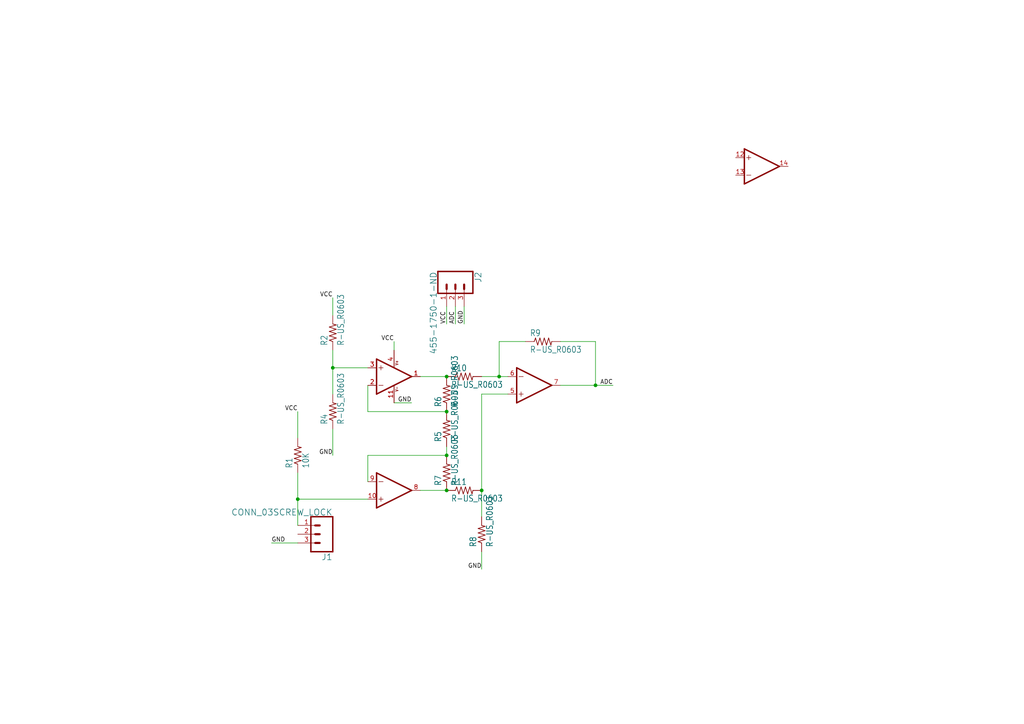
<source format=kicad_sch>
(kicad_sch (version 20220622) (generator eeschema)
  (paper "A4")
  (lib_symbols
    (symbol "Temp Sensor-eagle-import:CONN_03"
      (property "Reference" "J" (at -2.54 5.588 0))
      (property "Value" "CONN_03" (at -2.54 -7.366 0))
      (symbol "CONN_03_1_0"
        (polyline (pts (xy -2.54 5.08) (xy -2.54 -5.08)) (stroke (width 0.4064)))
        (polyline (pts (xy -2.54 5.08) (xy 3.81 5.08)) (stroke (width 0.4064)))
        (polyline (pts (xy 1.27 -2.54) (xy 2.54 -2.54)) (stroke (width 0.6096)))
        (polyline (pts (xy 1.27 0) (xy 2.54 0)) (stroke (width 0.6096)))
        (polyline (pts (xy 1.27 2.54) (xy 2.54 2.54)) (stroke (width 0.6096)))
        (polyline (pts (xy 3.81 -5.08) (xy -2.54 -5.08)) (stroke (width 0.4064)))
        (polyline (pts (xy 3.81 -5.08) (xy 3.81 5.08)) (stroke (width 0.4064)))
        (pin passive line (at 7.62 -2.54 180) (length 5.08) (name "1") (number "1"))
        (pin passive line (at 7.62 0 180) (length 5.08) (name "2") (number "2"))
        (pin passive line (at 7.62 2.54 180) (length 5.08) (name "3") (number "3"))
      )
    )
    (symbol "Temp Sensor-eagle-import:CONN_03SCREW_LOCK"
      (property "Reference" "J" (at -2.54 5.588 0))
      (property "Value" "CONN_03SCREW_LOCK" (at -2.54 -7.366 0))
      (symbol "CONN_03SCREW_LOCK_1_0"
        (polyline (pts (xy -2.54 5.08) (xy -2.54 -5.08)) (stroke (width 0.4064)))
        (polyline (pts (xy -2.54 5.08) (xy 3.81 5.08)) (stroke (width 0.4064)))
        (polyline (pts (xy 1.27 -2.54) (xy 2.54 -2.54)) (stroke (width 0.6096)))
        (polyline (pts (xy 1.27 0) (xy 2.54 0)) (stroke (width 0.6096)))
        (polyline (pts (xy 1.27 2.54) (xy 2.54 2.54)) (stroke (width 0.6096)))
        (polyline (pts (xy 3.81 -5.08) (xy -2.54 -5.08)) (stroke (width 0.4064)))
        (polyline (pts (xy 3.81 -5.08) (xy 3.81 5.08)) (stroke (width 0.4064)))
        (pin passive line (at 7.62 -2.54 180) (length 5.08) (name "1") (number "1"))
        (pin passive line (at 7.62 0 180) (length 5.08) (name "2") (number "2"))
        (pin passive line (at 7.62 2.54 180) (length 5.08) (name "3") (number "3"))
      )
    )
    (symbol "Temp Sensor-eagle-import:MCP604SL"
      (symbol "MCP604SL_1_0"
        (polyline (pts (xy -5.08 -5.08) (xy 5.08 0)) (stroke (width 0.4064)))
        (polyline (pts (xy -5.08 5.08) (xy -5.08 -5.08)) (stroke (width 0.4064)))
        (polyline (pts (xy -4.445 -2.54) (xy -3.175 -2.54)) (stroke (width 0.1524)))
        (polyline (pts (xy -4.445 2.54) (xy -3.175 2.54)) (stroke (width 0.1524)))
        (polyline (pts (xy -3.81 3.175) (xy -3.81 1.905)) (stroke (width 0.1524)))
        (polyline (pts (xy 5.08 0) (xy -5.08 5.08)) (stroke (width 0.4064)))
        (pin output line (at 7.62 0 180) (length 2.54) (name "OUT") (number "1"))
        (pin input line (at -7.62 -2.54 0) (length 2.54) (name "-IN") (number "2"))
        (pin input line (at -7.62 2.54 0) (length 2.54) (name "+IN") (number "3"))
      )
      (symbol "MCP604SL_2_0"
        (polyline (pts (xy -5.08 -5.08) (xy 5.08 0)) (stroke (width 0.4064)))
        (polyline (pts (xy -5.08 5.08) (xy -5.08 -5.08)) (stroke (width 0.4064)))
        (polyline (pts (xy -4.445 -2.54) (xy -3.175 -2.54)) (stroke (width 0.1524)))
        (polyline (pts (xy -4.445 2.54) (xy -3.175 2.54)) (stroke (width 0.1524)))
        (polyline (pts (xy -3.81 3.175) (xy -3.81 1.905)) (stroke (width 0.1524)))
        (polyline (pts (xy 5.08 0) (xy -5.08 5.08)) (stroke (width 0.4064)))
        (pin input line (at -7.62 2.54 0) (length 2.54) (name "+IN") (number "5"))
        (pin input line (at -7.62 -2.54 0) (length 2.54) (name "-IN") (number "6"))
        (pin output line (at 7.62 0 180) (length 2.54) (name "OUT") (number "7"))
      )
      (symbol "MCP604SL_3_0"
        (polyline (pts (xy -5.08 -5.08) (xy 5.08 0)) (stroke (width 0.4064)))
        (polyline (pts (xy -5.08 5.08) (xy -5.08 -5.08)) (stroke (width 0.4064)))
        (polyline (pts (xy -4.445 -2.54) (xy -3.175 -2.54)) (stroke (width 0.1524)))
        (polyline (pts (xy -4.445 2.54) (xy -3.175 2.54)) (stroke (width 0.1524)))
        (polyline (pts (xy -3.81 3.175) (xy -3.81 1.905)) (stroke (width 0.1524)))
        (polyline (pts (xy 5.08 0) (xy -5.08 5.08)) (stroke (width 0.4064)))
        (pin input line (at -7.62 2.54 0) (length 2.54) (name "+IN") (number "10"))
        (pin output line (at 7.62 0 180) (length 2.54) (name "OUT") (number "8"))
        (pin input line (at -7.62 -2.54 0) (length 2.54) (name "-IN") (number "9"))
      )
      (symbol "MCP604SL_4_0"
        (polyline (pts (xy -5.08 -5.08) (xy 5.08 0)) (stroke (width 0.4064)))
        (polyline (pts (xy -5.08 5.08) (xy -5.08 -5.08)) (stroke (width 0.4064)))
        (polyline (pts (xy -4.445 -2.54) (xy -3.175 -2.54)) (stroke (width 0.1524)))
        (polyline (pts (xy -4.445 2.54) (xy -3.175 2.54)) (stroke (width 0.1524)))
        (polyline (pts (xy -3.81 3.175) (xy -3.81 1.905)) (stroke (width 0.1524)))
        (polyline (pts (xy 5.08 0) (xy -5.08 5.08)) (stroke (width 0.4064)))
        (pin input line (at -7.62 2.54 0) (length 2.54) (name "+IN") (number "12"))
        (pin input line (at -7.62 -2.54 0) (length 2.54) (name "-IN") (number "13"))
        (pin output line (at 7.62 0 180) (length 2.54) (name "OUT") (number "14"))
      )
      (symbol "MCP604SL_5_0"
        (text "V+" (at 1.27 3.175 900) (effects (font (size 0.8128 0.6908)) (justify left bottom)))
        (text "V-" (at 1.27 -4.445 900) (effects (font (size 0.8128 0.6908)) (justify left bottom)))
        (pin power_in line (at 0 -7.62 90) (length 5.08) (name "V-") (number "11"))
        (pin power_in line (at 0 7.62 270) (length 5.08) (name "V+") (number "4"))
      )
    )
    (symbol "Temp Sensor-eagle-import:R-US_R0603"
      (property "Reference" "R" (at -3.81 1.4986 0))
      (property "Value" "R-US_R0603" (at -3.81 -3.302 0))
      (symbol "R-US_R0603_1_0"
        (polyline (pts (xy -2.54 0) (xy -2.159 1.016)) (stroke (width 0.2032)))
        (polyline (pts (xy -2.159 1.016) (xy -1.524 -1.016)) (stroke (width 0.2032)))
        (polyline (pts (xy -1.524 -1.016) (xy -0.889 1.016)) (stroke (width 0.2032)))
        (polyline (pts (xy -0.889 1.016) (xy -0.254 -1.016)) (stroke (width 0.2032)))
        (polyline (pts (xy -0.254 -1.016) (xy 0.381 1.016)) (stroke (width 0.2032)))
        (polyline (pts (xy 0.381 1.016) (xy 1.016 -1.016)) (stroke (width 0.2032)))
        (polyline (pts (xy 1.016 -1.016) (xy 1.651 1.016)) (stroke (width 0.2032)))
        (polyline (pts (xy 1.651 1.016) (xy 2.286 -1.016)) (stroke (width 0.2032)))
        (polyline (pts (xy 2.286 -1.016) (xy 2.54 0)) (stroke (width 0.2032)))
        (pin passive line (at -5.08 0 0) (length 2.54) (name "1") (number "1"))
        (pin passive line (at 5.08 0 180) (length 2.54) (name "2") (number "2"))
      )
    )
  )
  (junction (at 96.52 106.68))
  (junction (at 129.54 109.22))
  (junction (at 129.54 132.08))
  (junction (at 129.54 119.38))
  (junction (at 86.36 144.78))
  (junction (at 129.54 142.24))
  (junction (at 144.78 109.22))
  (junction (at 139.7 142.24))
  (junction (at 172.72 111.76))
  (wire (pts (xy 106.68 139.7) (xy 106.68 132.08)))
  (wire (pts (xy 162.56 99.06) (xy 172.72 99.06)))
  (wire (pts (xy 106.68 106.68) (xy 96.52 106.68)))
  (wire (pts (xy 86.36 157.48) (xy 78.74 157.48)))
  (wire (pts (xy 106.68 144.78) (xy 86.36 144.78)))
  (wire (pts (xy 139.7 114.3) (xy 147.32 114.3)))
  (wire (pts (xy 86.36 137.16) (xy 86.36 144.78)))
  (wire (pts (xy 172.72 99.06) (xy 172.72 111.76)))
  (wire (pts (xy 129.54 88.9) (xy 129.54 93.98)))
  (wire (pts (xy 121.92 142.24) (xy 129.54 142.24)))
  (wire (pts (xy 172.72 111.76) (xy 162.56 111.76)))
  (wire (pts (xy 114.3 101.6) (xy 114.3 99.06)))
  (wire (pts (xy 134.62 88.9) (xy 134.62 93.98)))
  (wire (pts (xy 106.68 119.38) (xy 129.54 119.38)))
  (wire (pts (xy 129.54 132.08) (xy 129.54 129.54)))
  (wire (pts (xy 96.52 124.46) (xy 96.52 132.08)))
  (wire (pts (xy 139.7 160.02) (xy 139.7 165.1)))
  (wire (pts (xy 152.4 99.06) (xy 144.78 99.06)))
  (wire (pts (xy 144.78 109.22) (xy 147.32 109.22)))
  (wire (pts (xy 129.54 109.22) (xy 121.92 109.22)))
  (wire (pts (xy 114.3 116.84) (xy 119.38 116.84)))
  (wire (pts (xy 106.68 132.08) (xy 129.54 132.08)))
  (wire (pts (xy 139.7 142.24) (xy 139.7 114.3)))
  (wire (pts (xy 96.52 101.6) (xy 96.52 106.68)))
  (wire (pts (xy 106.68 111.76) (xy 106.68 119.38)))
  (wire (pts (xy 86.36 152.4) (xy 86.36 144.78)))
  (wire (pts (xy 144.78 99.06) (xy 144.78 109.22)))
  (wire (pts (xy 96.52 106.68) (xy 96.52 114.3)))
  (wire (pts (xy 96.52 91.44) (xy 96.52 86.36)))
  (wire (pts (xy 86.36 127) (xy 86.36 119.38)))
  (wire (pts (xy 172.72 111.76) (xy 177.8 111.76)))
  (wire (pts (xy 139.7 109.22) (xy 144.78 109.22)))
  (wire (pts (xy 132.08 88.9) (xy 132.08 93.98)))
  (wire (pts (xy 139.7 149.86) (xy 139.7 142.24)))
  (label "VCC" (at 96.52 86.36 180) (effects (font (size 1.2446 1.2446))))
  (label "ADC" (at 177.8 111.76 180) (effects (font (size 1.2446 1.2446))))
  (label "GND" (at 96.52 132.08 180) (effects (font (size 1.2446 1.2446))))
  (label "VCC" (at 86.36 119.38 180) (effects (font (size 1.2446 1.2446))))
  (label "GND" (at 78.74 157.48 0) (effects (font (size 1.2446 1.2446))))
  (label "VCC" (at 114.3 99.06 180) (effects (font (size 1.2446 1.2446))))
  (label "GND" (at 134.62 93.98 90) (effects (font (size 1.2446 1.2446))))
  (label "GND" (at 139.7 165.1 180) (effects (font (size 1.2446 1.2446))))
  (label "VCC" (at 129.54 93.98 90) (effects (font (size 1.2446 1.2446))))
  (label "ADC" (at 132.08 93.98 90) (effects (font (size 1.2446 1.2446))))
  (label "GND" (at 119.38 116.84 180) (effects (font (size 1.2446 1.2446))))
  (symbol (lib_id "Temp Sensor-eagle-import:R-US_R0603") (at 96.52 96.52 90) (unit 1)
    (default_instance (reference "U") (unit 1) (value "") (footprint ""))
    (property "Reference" "R2" (at 95.0214 100.33 0) (effects (font (size 1.778 1.5113)) (justify left bottom)))
    (property "Value" "R-US_R0603" (at 99.822 100.33 0) (effects (font (size 1.778 1.5113)) (justify left bottom)))
    (property "Footprint" "Temp Sensor:R0603" (effects hide))
  )
  (symbol (lib_id "Temp Sensor-eagle-import:R-US_R0603") (at 134.62 109.22 0) (unit 1)
    (default_instance (reference "U") (unit 1) (value "") (footprint ""))
    (property "Reference" "R10" (at 130.81 107.7214 0) (effects (font (size 1.778 1.5113)) (justify left bottom)))
    (property "Value" "R-US_R0603" (at 130.81 112.522 0) (effects (font (size 1.778 1.5113)) (justify left bottom)))
    (property "Footprint" "Temp Sensor:R0603" (effects hide))
  )
  (symbol (lib_id "Temp Sensor-eagle-import:MCP604SL") (at 220.98 48.26 0) (unit 4)
    (default_instance (reference "U") (unit 1) (value "") (footprint ""))
    (property "Reference" "IC1" (effects hide))
    (property "Value" "MCP604SL" (effects hide))
    (property "Footprint" "Temp Sensor:SO14" (effects hide))
  )
  (symbol (lib_id "Temp Sensor-eagle-import:R-US_R0603") (at 157.48 99.06 0) (unit 1)
    (default_instance (reference "U") (unit 1) (value "") (footprint ""))
    (property "Reference" "R9" (at 153.67 97.5614 0) (effects (font (size 1.778 1.5113)) (justify left bottom)))
    (property "Value" "R-US_R0603" (at 153.67 102.362 0) (effects (font (size 1.778 1.5113)) (justify left bottom)))
    (property "Footprint" "Temp Sensor:R0603" (effects hide))
  )
  (symbol (lib_id "Temp Sensor-eagle-import:R-US_R0603") (at 134.62 142.24 0) (unit 1)
    (default_instance (reference "U") (unit 1) (value "") (footprint ""))
    (property "Reference" "R11" (at 130.81 140.7414 0) (effects (font (size 1.778 1.5113)) (justify left bottom)))
    (property "Value" "R-US_R0603" (at 130.81 145.542 0) (effects (font (size 1.778 1.5113)) (justify left bottom)))
    (property "Footprint" "Temp Sensor:R0603" (effects hide))
  )
  (symbol (lib_id "Temp Sensor-eagle-import:MCP604SL") (at 154.94 111.76 0) (mirror x) (unit 2)
    (default_instance (reference "U") (unit 1) (value "") (footprint ""))
    (property "Reference" "IC1" (effects hide))
    (property "Value" "MCP604SL" (effects hide))
    (property "Footprint" "Temp Sensor:SO14" (effects hide))
  )
  (symbol (lib_id "Temp Sensor-eagle-import:R-US_R0603") (at 139.7 154.94 90) (unit 1)
    (default_instance (reference "U") (unit 1) (value "") (footprint ""))
    (property "Reference" "R8" (at 138.2014 158.75 0) (effects (font (size 1.778 1.5113)) (justify left bottom)))
    (property "Value" "R-US_R0603" (at 143.002 158.75 0) (effects (font (size 1.778 1.5113)) (justify left bottom)))
    (property "Footprint" "Temp Sensor:R0603" (effects hide))
  )
  (symbol (lib_id "Temp Sensor-eagle-import:R-US_R0603") (at 129.54 137.16 90) (unit 1)
    (default_instance (reference "U") (unit 1) (value "") (footprint ""))
    (property "Reference" "R7" (at 128.0414 140.97 0) (effects (font (size 1.778 1.5113)) (justify left bottom)))
    (property "Value" "R-US_R0603" (at 132.842 140.97 0) (effects (font (size 1.778 1.5113)) (justify left bottom)))
    (property "Footprint" "Temp Sensor:R0603" (effects hide))
  )
  (symbol (lib_id "Temp Sensor-eagle-import:CONN_03SCREW_LOCK") (at 93.98 154.94 180) (unit 1)
    (default_instance (reference "U") (unit 1) (value "") (footprint ""))
    (property "Reference" "J1" (at 96.52 160.528 0) (effects (font (size 1.778 1.778)) (justify left bottom)))
    (property "Value" "CONN_03SCREW_LOCK" (at 96.52 147.574 0) (effects (font (size 1.778 1.778)) (justify left bottom)))
    (property "Footprint" "Temp Sensor:SCREWTERMINAL-3.5MM-3_LOCK.007S" (effects hide))
  )
  (symbol (lib_id "Temp Sensor-eagle-import:R-US_R0603") (at 129.54 124.46 90) (unit 1)
    (default_instance (reference "U") (unit 1) (value "") (footprint ""))
    (property "Reference" "R5" (at 128.0414 128.27 0) (effects (font (size 1.778 1.5113)) (justify left bottom)))
    (property "Value" "R-US_R0603" (at 132.842 128.27 0) (effects (font (size 1.778 1.5113)) (justify left bottom)))
    (property "Footprint" "Temp Sensor:R0603" (effects hide))
  )
  (symbol (lib_id "Temp Sensor-eagle-import:R-US_R0603") (at 96.52 119.38 90) (unit 1)
    (default_instance (reference "U") (unit 1) (value "") (footprint ""))
    (property "Reference" "R4" (at 95.0214 123.19 0) (effects (font (size 1.778 1.5113)) (justify left bottom)))
    (property "Value" "R-US_R0603" (at 99.822 123.19 0) (effects (font (size 1.778 1.5113)) (justify left bottom)))
    (property "Footprint" "Temp Sensor:R0603" (effects hide))
  )
  (symbol (lib_id "Temp Sensor-eagle-import:MCP604SL") (at 114.3 109.22 0) (unit 1)
    (default_instance (reference "U") (unit 1) (value "") (footprint ""))
    (property "Reference" "IC1" (effects hide))
    (property "Value" "MCP604SL" (effects hide))
    (property "Footprint" "Temp Sensor:SO14" (effects hide))
  )
  (symbol (lib_id "Temp Sensor-eagle-import:CONN_03") (at 132.08 81.28 270) (unit 1)
    (default_instance (reference "U") (unit 1) (value "") (footprint ""))
    (property "Reference" "J2" (at 137.668 78.74 0) (effects (font (size 1.778 1.778)) (justify left bottom)))
    (property "Value" "455-1750-1-ND" (at 124.714 78.74 0) (effects (font (size 1.778 1.778)) (justify left bottom)))
    (property "Footprint" "Temp Sensor:1X03" (effects hide))
  )
  (symbol (lib_id "Temp Sensor-eagle-import:R-US_R0603") (at 129.54 114.3 90) (unit 1)
    (default_instance (reference "U") (unit 1) (value "") (footprint ""))
    (property "Reference" "R6" (at 128.0414 118.11 0) (effects (font (size 1.778 1.5113)) (justify left bottom)))
    (property "Value" "R-US_R0603" (at 132.842 118.11 0) (effects (font (size 1.778 1.5113)) (justify left bottom)))
    (property "Footprint" "Temp Sensor:R0603" (effects hide))
  )
  (symbol (lib_id "Temp Sensor-eagle-import:MCP604SL") (at 114.3 142.24 0) (mirror x) (unit 3)
    (default_instance (reference "U") (unit 1) (value "") (footprint ""))
    (property "Reference" "IC1" (effects hide))
    (property "Value" "MCP604SL" (effects hide))
    (property "Footprint" "Temp Sensor:SO14" (effects hide))
  )
  (symbol (lib_id "Temp Sensor-eagle-import:MCP604SL") (at 114.3 109.22 0) (unit 5)
    (default_instance (reference "U") (unit 1) (value "") (footprint ""))
    (property "Reference" "IC1" (effects hide))
    (property "Value" "MCP604SL" (effects hide))
    (property "Footprint" "Temp Sensor:SO14" (effects hide))
  )
  (symbol (lib_id "Temp Sensor-eagle-import:R-US_R0603") (at 86.36 132.08 90) (unit 1)
    (default_instance (reference "U") (unit 1) (value "") (footprint ""))
    (property "Reference" "R1" (at 84.8614 135.89 0) (effects (font (size 1.778 1.5113)) (justify left bottom)))
    (property "Value" "10K" (at 89.662 135.89 0) (effects (font (size 1.778 1.5113)) (justify left bottom)))
    (property "Footprint" "Temp Sensor:R0603" (effects hide))
  )
)
</source>
